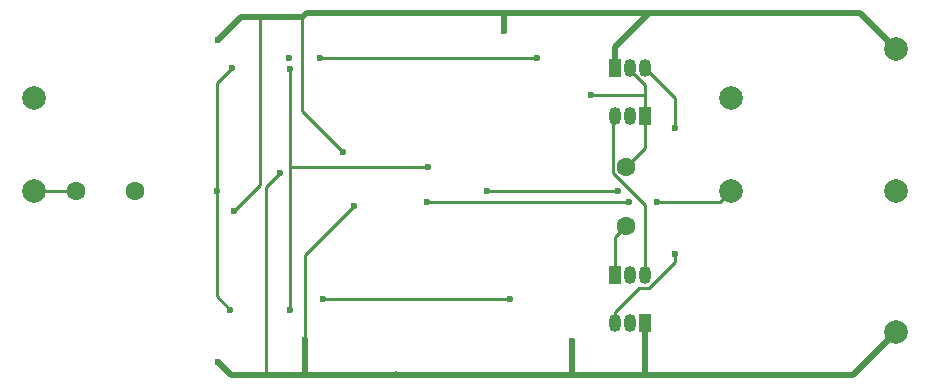
<source format=gbr>
G04 #@! TF.GenerationSoftware,KiCad,Pcbnew,(5.1.10-0-10_14)*
G04 #@! TF.CreationDate,2021-10-31T18:21:36+01:00*
G04 #@! TF.ProjectId,pre-amp-discret,7072652d-616d-4702-9d64-697363726574,rev?*
G04 #@! TF.SameCoordinates,Original*
G04 #@! TF.FileFunction,Copper,L2,Bot*
G04 #@! TF.FilePolarity,Positive*
%FSLAX46Y46*%
G04 Gerber Fmt 4.6, Leading zero omitted, Abs format (unit mm)*
G04 Created by KiCad (PCBNEW (5.1.10-0-10_14)) date 2021-10-31 18:21:36*
%MOMM*%
%LPD*%
G01*
G04 APERTURE LIST*
G04 #@! TA.AperFunction,ComponentPad*
%ADD10C,1.600000*%
G04 #@! TD*
G04 #@! TA.AperFunction,ComponentPad*
%ADD11O,1.050000X1.500000*%
G04 #@! TD*
G04 #@! TA.AperFunction,ComponentPad*
%ADD12R,1.050000X1.500000*%
G04 #@! TD*
G04 #@! TA.AperFunction,ComponentPad*
%ADD13C,2.000000*%
G04 #@! TD*
G04 #@! TA.AperFunction,ViaPad*
%ADD14C,0.600000*%
G04 #@! TD*
G04 #@! TA.AperFunction,Conductor*
%ADD15C,0.500000*%
G04 #@! TD*
G04 #@! TA.AperFunction,Conductor*
%ADD16C,0.250000*%
G04 #@! TD*
G04 APERTURE END LIST*
D10*
X175387000Y-124824500D03*
X175387000Y-119824500D03*
D11*
X175704500Y-133096000D03*
X174434500Y-133096000D03*
D12*
X176974500Y-133096000D03*
D11*
X175704500Y-111506000D03*
X176974500Y-111506000D03*
D12*
X174434500Y-111506000D03*
D11*
X175704500Y-129032000D03*
X176974500Y-129032000D03*
D12*
X174434500Y-129032000D03*
D11*
X175704500Y-115570000D03*
X174434500Y-115570000D03*
D12*
X176974500Y-115570000D03*
D13*
X184213500Y-114046000D03*
X184213500Y-121920000D03*
X198247000Y-121920000D03*
X125222000Y-121920000D03*
X198183500Y-133858000D03*
X125222000Y-114046000D03*
X198247000Y-109855000D03*
D10*
X128778000Y-121920000D03*
X133778000Y-121920000D03*
D14*
X165036500Y-108331000D03*
X147955000Y-107188000D03*
X140843000Y-109093000D03*
X151384000Y-118554500D03*
X144335500Y-107188000D03*
X177292000Y-106807000D03*
X142163800Y-123583700D03*
X170751500Y-134620000D03*
X148209000Y-134493000D03*
X140843000Y-136398000D03*
X152336500Y-123190000D03*
X144843500Y-137477500D03*
X177038000Y-137477500D03*
X146050000Y-120332500D03*
X146862800Y-131940300D03*
X146875500Y-111544100D03*
X158623000Y-119888000D03*
X174688500Y-121920000D03*
X163576000Y-121920000D03*
X172402500Y-113792000D03*
X165544500Y-131064000D03*
X149733000Y-131064000D03*
X179514500Y-116522500D03*
X146832400Y-110596600D03*
X149479000Y-110617000D03*
X167830500Y-110617000D03*
X179514500Y-127254000D03*
X141986000Y-111506000D03*
X141859000Y-131953000D03*
X140716000Y-121920000D03*
X158496000Y-122809000D03*
X175577500Y-122809000D03*
X177990500Y-122809000D03*
D15*
X142748000Y-107188000D02*
X140843000Y-109093000D01*
X195199000Y-106807000D02*
X198247000Y-109855000D01*
X144335500Y-107188000D02*
X142748000Y-107188000D01*
X147955000Y-107188000D02*
X144335500Y-107188000D01*
X174307500Y-106807000D02*
X195199000Y-106807000D01*
X174434500Y-109664500D02*
X177292000Y-106807000D01*
X174434500Y-111506000D02*
X174434500Y-109664500D01*
X165036500Y-108331000D02*
X165036500Y-106807000D01*
X165036500Y-106807000D02*
X174307500Y-106807000D01*
D16*
X147955000Y-115125500D02*
X151384000Y-118554500D01*
X147955000Y-107188000D02*
X147955000Y-115125500D01*
D15*
X148336000Y-106807000D02*
X147955000Y-107188000D01*
X151384000Y-106807000D02*
X148336000Y-106807000D01*
X165036500Y-106807000D02*
X151384000Y-106807000D01*
D16*
X144335500Y-121412000D02*
X142163800Y-123583700D01*
X144335500Y-107188000D02*
X144335500Y-121412000D01*
X125222000Y-121920000D02*
X128778000Y-121920000D01*
D15*
X177038000Y-133159500D02*
X176974500Y-133096000D01*
X198183500Y-133858000D02*
X194564000Y-137477500D01*
X141922500Y-137477500D02*
X140843000Y-136398000D01*
X148209000Y-137350500D02*
X148082000Y-137477500D01*
X148209000Y-134493000D02*
X148209000Y-137350500D01*
X144843500Y-137477500D02*
X141922500Y-137477500D01*
X148082000Y-137477500D02*
X144843500Y-137477500D01*
X194564000Y-137477500D02*
X186245500Y-137477500D01*
X176974500Y-133096000D02*
X176974500Y-137350500D01*
X176974500Y-137350500D02*
X176847500Y-137477500D01*
X186245500Y-137477500D02*
X177038000Y-137477500D01*
X177038000Y-137477500D02*
X176847500Y-137477500D01*
X170751500Y-134620000D02*
X170751500Y-137477500D01*
X176847500Y-137477500D02*
X170751500Y-137477500D01*
X155892500Y-137414000D02*
X155956000Y-137477500D01*
X155956000Y-137477500D02*
X148082000Y-137477500D01*
X170751500Y-137477500D02*
X155956000Y-137477500D01*
D16*
X148209000Y-127317500D02*
X152336500Y-123190000D01*
X148209000Y-134493000D02*
X148209000Y-127317500D01*
X144843500Y-121539000D02*
X146050000Y-120332500D01*
X144843500Y-137477500D02*
X144843500Y-121539000D01*
X146862800Y-111556800D02*
X146875500Y-111544100D01*
X146862800Y-119837200D02*
X146862800Y-111556800D01*
X146913600Y-119888000D02*
X146862800Y-119837200D01*
X158623000Y-119888000D02*
X146913600Y-119888000D01*
X146913600Y-119888000D02*
X146862800Y-119938800D01*
X146862800Y-119938800D02*
X146862800Y-119837200D01*
X146862800Y-131940300D02*
X146862800Y-119938800D01*
X163576000Y-121920000D02*
X174688500Y-121920000D01*
X176974500Y-118237000D02*
X176974500Y-115570000D01*
X175387000Y-119824500D02*
X176974500Y-118237000D01*
X175704500Y-111663095D02*
X175704500Y-111506000D01*
X176974500Y-112933095D02*
X175704500Y-111663095D01*
X176974500Y-113792000D02*
X172402500Y-113792000D01*
X176974500Y-115570000D02*
X176974500Y-113792000D01*
X176974500Y-113792000D02*
X176974500Y-112933095D01*
X174434500Y-125777000D02*
X174434500Y-129032000D01*
X175387000Y-124824500D02*
X174434500Y-125777000D01*
X149733000Y-131064000D02*
X165544500Y-131064000D01*
X176974500Y-123077002D02*
X174261999Y-120364501D01*
X174261999Y-115742501D02*
X174434500Y-115570000D01*
X174261999Y-120364501D02*
X174261999Y-115742501D01*
X176974500Y-129032000D02*
X176974500Y-123077002D01*
X179514500Y-114046000D02*
X179514500Y-116522500D01*
X176974500Y-111506000D02*
X179514500Y-114046000D01*
X146852800Y-110617000D02*
X146832400Y-110596600D01*
X149479000Y-110617000D02*
X167830500Y-110617000D01*
X179514500Y-127919095D02*
X179514500Y-127254000D01*
X176423490Y-130107010D02*
X177326585Y-130107010D01*
X174434500Y-132096000D02*
X176423490Y-130107010D01*
X177326585Y-130107010D02*
X179514500Y-127919095D01*
X174434500Y-133096000D02*
X174434500Y-132096000D01*
X140716000Y-112776000D02*
X141986000Y-111506000D01*
X141859000Y-131953000D02*
X140716000Y-130810000D01*
X140716000Y-121920000D02*
X140716000Y-112776000D01*
X140716000Y-130810000D02*
X140716000Y-121920000D01*
X183324500Y-122809000D02*
X184213500Y-121920000D01*
X177990500Y-122809000D02*
X183324500Y-122809000D01*
X158496000Y-122809000D02*
X175577500Y-122809000D01*
M02*

</source>
